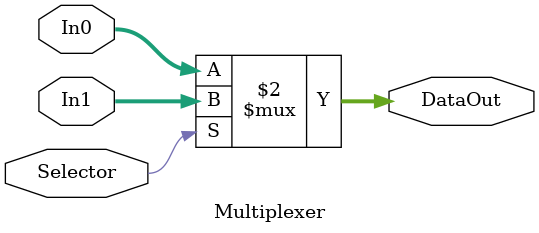
<source format=v>
`timescale 1ns / 1ps


module Multiplexer (
    input  wire [3:0] In0,
    input  wire [3:0] In1,
    input  wire       Selector,
    output wire [3:0] DataOut
);
    assign DataOut = (Selector == 0) ? In0 : In1;
endmodule

</source>
